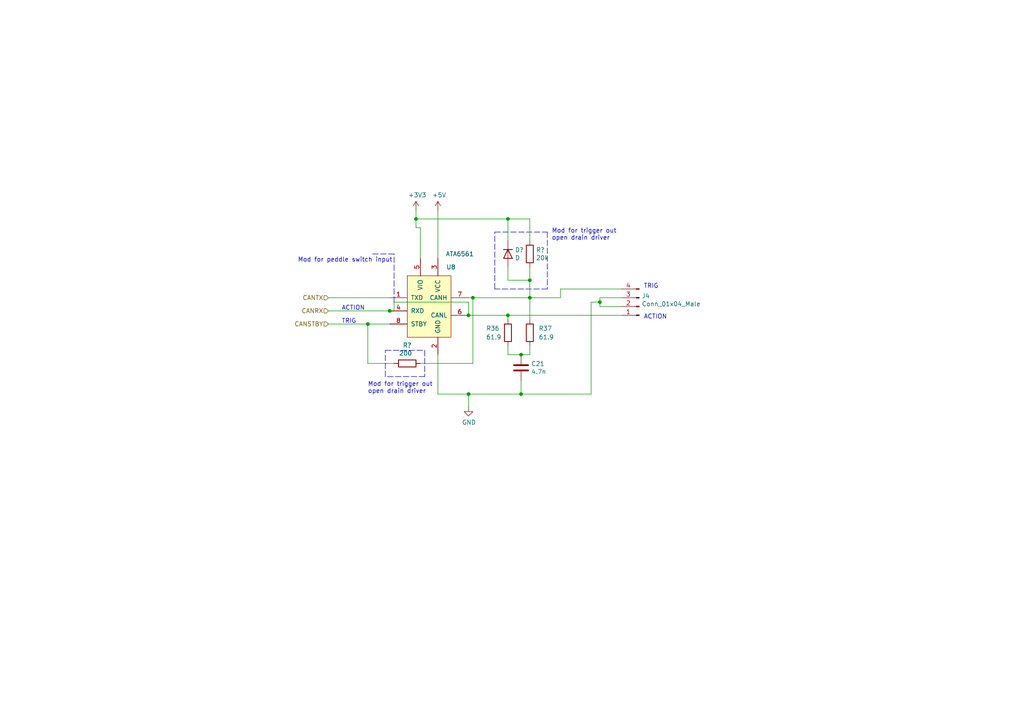
<source format=kicad_sch>
(kicad_sch (version 20211123) (generator eeschema)
  (paper "A4")
  (lib_symbols
    (symbol "Connector:Conn_01x04_Male" (pin_names (offset 1.016) hide)
      (property "Reference" "J" (at 0 5.08 0))
      (property "Value" "Conn_01x04_Male" (at 0 -7.62 0))
      (symbol "Conn_01x04_Male_1_1"
        (polyline (pts (xy 1.27 -5.08) (xy 0.8636 -5.08)) (stroke (width 0.1524)))
        (polyline (pts (xy 1.27 -2.54) (xy 0.8636 -2.54)) (stroke (width 0.1524)))
        (polyline (pts (xy 1.27 0) (xy 0.8636 0)) (stroke (width 0.1524)))
        (polyline (pts (xy 1.27 2.54) (xy 0.8636 2.54)) (stroke (width 0.1524)))
        (rectangle (start 0.8636 -4.953) (end 0 -5.207) (stroke (width 0.1524)) (fill (type outline)))
        (rectangle (start 0.8636 -2.413) (end 0 -2.667) (stroke (width 0.1524)) (fill (type outline)))
        (rectangle (start 0.8636 0.127) (end 0 -0.127) (stroke (width 0.1524)) (fill (type outline)))
        (rectangle (start 0.8636 2.667) (end 0 2.413) (stroke (width 0.1524)) (fill (type outline)))
        (pin passive line (at 5.08 2.54 180) (length 3.81) (name "Pin_1") (number "1"))
        (pin passive line (at 5.08 0 180) (length 3.81) (name "Pin_2") (number "2"))
        (pin passive line (at 5.08 -2.54 180) (length 3.81) (name "Pin_3") (number "3"))
        (pin passive line (at 5.08 -5.08 180) (length 3.81) (name "Pin_4") (number "4"))
      )
    )
    (symbol "Device:C" (pin_numbers hide) (pin_names (offset 0.254))
      (property "Reference" "C" (at 0.635 2.54 0))
      (property "Value" "C" (at 0.635 -2.54 0))
      (symbol "C_0_1"
        (polyline (pts (xy -2.032 -0.762) (xy 2.032 -0.762)) (stroke (width 0.508)))
        (polyline (pts (xy -2.032 0.762) (xy 2.032 0.762)) (stroke (width 0.508)))
      )
      (symbol "C_1_1"
        (pin passive line (at 0 3.81 270) (length 2.794) (name "~") (number "1"))
        (pin passive line (at 0 -3.81 90) (length 2.794) (name "~") (number "2"))
      )
    )
    (symbol "Device:D" (pin_numbers hide) (pin_names (offset 1.016) hide)
      (property "Reference" "D" (at 0 2.54 0))
      (property "Value" "D" (at 0 -2.54 0))
      (symbol "D_0_1"
        (polyline (pts (xy -1.27 1.27) (xy -1.27 -1.27)) (stroke (width 0.254)))
        (polyline (pts (xy 1.27 0) (xy -1.27 0)))
        (polyline (pts (xy 1.27 1.27) (xy 1.27 -1.27) (xy -1.27 0) (xy 1.27 1.27)) (stroke (width 0.254)))
      )
      (symbol "D_1_1"
        (pin passive line (at -3.81 0 0) (length 2.54) (name "K") (number "1"))
        (pin passive line (at 3.81 0 180) (length 2.54) (name "A") (number "2"))
      )
    )
    (symbol "Device:R" (pin_numbers hide) (pin_names (offset 0))
      (property "Reference" "R" (at 2.032 0 90))
      (property "Value" "R" (at 0 0 90))
      (symbol "R_0_1"
        (rectangle (start -1.016 -2.54) (end 1.016 2.54) (stroke (width 0.254)))
      )
      (symbol "R_1_1"
        (pin passive line (at 0 3.81 270) (length 1.27) (name "~") (number "1"))
        (pin passive line (at 0 -3.81 90) (length 1.27) (name "~") (number "2"))
      )
    )
    (symbol "l6203dualmotordrive-rescue:+3.3V-power" (power) (pin_names (offset 0))
      (property "Value" "+3.3V-power" (at 0 3.556 0))
      (symbol "+3.3V-power_0_1"
        (polyline (pts (xy -0.762 1.27) (xy 0 2.54)))
        (polyline (pts (xy 0 0) (xy 0 2.54)))
        (polyline (pts (xy 0 2.54) (xy 0.762 1.27)))
      )
      (symbol "+3.3V-power_1_1"
        (pin power_in line (at 0 0 90) (length 0) hide (name "+3V3") (number "1"))
      )
    )
    (symbol "l6203dualmotordrive-rescue:ATA6561-MikeSpecialParts" (pin_names (offset 1.016))
      (property "Reference" "U" (at -7.62 10.16 0))
      (property "Value" "ATA6561-MikeSpecialParts" (at -8.89 12.7 0))
      (symbol "ATA6561-MikeSpecialParts_0_1"
        (rectangle (start -6.35 8.89) (end 6.35 -8.89) (fill (type background)))
      )
      (symbol "ATA6561-MikeSpecialParts_1_1"
        (pin input line (at -11.43 2.54 0) (length 5.08) (name "TXD") (number "1"))
        (pin power_in line (at 2.54 -13.97 90) (length 5.08) (name "GND") (number "2"))
        (pin power_in line (at 2.54 13.97 270) (length 5.08) (name "VCC") (number "3"))
        (pin input line (at -11.43 -1.27 0) (length 5.08) (name "RXD") (number "4"))
        (pin power_in line (at -2.54 13.97 270) (length 5.08) (name "VIO") (number "5"))
        (pin output line (at 11.43 -2.54 180) (length 5.08) (name "CANL") (number "6"))
        (pin output line (at 11.43 2.54 180) (length 5.08) (name "CANH") (number "7"))
        (pin input line (at -11.43 -5.08 0) (length 5.08) (name "STBY") (number "8"))
      )
    )
    (symbol "power:+5V" (power) (pin_names (offset 0))
      (property "Value" "+5V" (at 0 3.556 0))
      (symbol "+5V_0_1"
        (polyline (pts (xy -0.762 1.27) (xy 0 2.54)))
        (polyline (pts (xy 0 0) (xy 0 2.54)))
        (polyline (pts (xy 0 2.54) (xy 0.762 1.27)))
      )
      (symbol "+5V_1_1"
        (pin power_in line (at 0 0 90) (length 0) hide (name "+5V") (number "1"))
      )
    )
    (symbol "power:GND" (power) (pin_names (offset 0))
      (property "Value" "GND" (at 0 -3.81 0))
      (symbol "GND_0_1"
        (polyline (pts (xy 0 0) (xy 0 -1.27) (xy 1.27 -1.27) (xy 0 -2.54) (xy -1.27 -1.27) (xy 0 -1.27)))
      )
      (symbol "GND_1_1"
        (pin power_in line (at 0 0 270) (length 0) hide (name "GND") (number "1"))
      )
    )
  )
  (junction (at 153.67 81.28))
  (junction (at 151.13 102.87))
  (junction (at 137.16 86.36))
  (junction (at 135.89 114.3))
  (junction (at 151.13 114.3))
  (junction (at 173.99 87.63))
  (junction (at 153.67 86.36))
  (junction (at 147.32 91.44))
  (junction (at 135.89 91.44))
  (junction (at 120.65 63.5))
  (junction (at 113.03 90.17))
  (junction (at 147.32 63.5))
  (junction (at 106.68 93.98))
  (wire (pts (xy 121.92 74.93) (xy 121.92 66.04)))
  (polyline (pts (xy 111.76 101.6) (xy 123.19 101.6)))
  (polyline (pts (xy 143.51 67.31) (xy 158.75 67.31)))
  (wire (pts (xy 147.32 91.44) (xy 180.34 91.44)))
  (wire (pts (xy 137.16 86.36) (xy 137.16 105.41)))
  (wire (pts (xy 173.99 86.36) (xy 173.99 87.63)))
  (wire (pts (xy 147.32 100.33) (xy 147.32 102.87)))
  (wire (pts (xy 114.3 90.17) (xy 114.3 87.63)))
  (wire (pts (xy 120.65 66.04) (xy 120.65 63.5)))
  (wire (pts (xy 153.67 102.87) (xy 153.67 100.33)))
  (wire (pts (xy 153.67 86.36) (xy 162.56 86.36)))
  (wire (pts (xy 153.67 86.36) (xy 137.16 86.36)))
  (wire (pts (xy 147.32 77.47) (xy 147.32 81.28)))
  (wire (pts (xy 151.13 114.3) (xy 171.45 114.3)))
  (wire (pts (xy 95.25 90.17) (xy 113.03 90.17)))
  (wire (pts (xy 114.3 87.63) (xy 135.89 87.63)))
  (wire (pts (xy 173.99 87.63) (xy 173.99 88.9)))
  (polyline (pts (xy 143.51 83.82) (xy 143.51 67.31)))
  (polyline (pts (xy 158.75 67.31) (xy 158.75 83.82)))
  (polyline (pts (xy 158.75 83.82) (xy 143.51 83.82)))
  (polyline (pts (xy 111.76 109.22) (xy 111.76 101.6)))
  (wire (pts (xy 153.67 92.71) (xy 153.67 86.36)))
  (wire (pts (xy 120.65 63.5) (xy 147.32 63.5)))
  (wire (pts (xy 153.67 81.28) (xy 153.67 86.36)))
  (wire (pts (xy 147.32 81.28) (xy 153.67 81.28)))
  (wire (pts (xy 147.32 91.44) (xy 147.32 92.71)))
  (wire (pts (xy 147.32 69.85) (xy 147.32 63.5)))
  (wire (pts (xy 114.3 105.41) (xy 106.68 105.41)))
  (wire (pts (xy 106.68 93.98) (xy 113.03 93.98)))
  (wire (pts (xy 121.92 105.41) (xy 137.16 105.41)))
  (wire (pts (xy 113.03 90.17) (xy 114.3 90.17)))
  (wire (pts (xy 121.92 66.04) (xy 120.65 66.04)))
  (wire (pts (xy 171.45 87.63) (xy 173.99 87.63)))
  (wire (pts (xy 162.56 86.36) (xy 162.56 83.82)))
  (polyline (pts (xy 123.19 109.22) (xy 111.76 109.22)))
  (wire (pts (xy 106.68 105.41) (xy 106.68 93.98)))
  (wire (pts (xy 137.16 86.36) (xy 135.89 86.36)))
  (polyline (pts (xy 114.3 87.63) (xy 114.3 73.66)))
  (wire (pts (xy 95.25 93.98) (xy 106.68 93.98)))
  (wire (pts (xy 135.89 114.3) (xy 151.13 114.3)))
  (wire (pts (xy 173.99 88.9) (xy 180.34 88.9)))
  (wire (pts (xy 135.89 91.44) (xy 147.32 91.44)))
  (wire (pts (xy 171.45 114.3) (xy 171.45 87.63)))
  (wire (pts (xy 151.13 114.3) (xy 151.13 110.49)))
  (wire (pts (xy 127 114.3) (xy 135.89 114.3)))
  (wire (pts (xy 153.67 63.5) (xy 153.67 69.85)))
  (wire (pts (xy 95.25 86.36) (xy 113.03 86.36)))
  (wire (pts (xy 147.32 102.87) (xy 151.13 102.87)))
  (wire (pts (xy 153.67 81.28) (xy 153.67 77.47)))
  (wire (pts (xy 135.89 118.11) (xy 135.89 114.3)))
  (wire (pts (xy 151.13 102.87) (xy 153.67 102.87)))
  (wire (pts (xy 180.34 86.36) (xy 173.99 86.36)))
  (wire (pts (xy 162.56 83.82) (xy 180.34 83.82)))
  (wire (pts (xy 135.89 87.63) (xy 135.89 91.44)))
  (wire (pts (xy 127 74.93) (xy 127 60.96)))
  (wire (pts (xy 127 102.87) (xy 127 114.3)))
  (wire (pts (xy 120.65 63.5) (xy 120.65 60.96)))
  (polyline (pts (xy 114.3 73.66) (xy 107.95 73.66)))
  (polyline (pts (xy 123.19 101.6) (xy 123.19 109.22)))
  (wire (pts (xy 147.32 63.5) (xy 153.67 63.5)))
  (text "ACTION" (at 186.69 92.71 0) (effects (font (size 1.27 1.27)) (justify left bottom)))
  (text "ACTION" (at 99.06 90.17 0) (effects (font (size 1.27 1.27)) (justify left bottom)))
  (text "Mod for trigger out\nopen drain driver" (at 160.02 69.85 0) (effects (font (size 1.27 1.27)) (justify left bottom)))
  (text "TRIG" (at 186.69 83.82 0) (effects (font (size 1.27 1.27)) (justify left bottom)))
  (text "Mod for trigger out\nopen drain driver" (at 106.68 114.3 0) (effects (font (size 1.27 1.27)) (justify left bottom)))
  (text "Mod for peddle switch input" (at 86.36 76.2 0) (effects (font (size 1.27 1.27)) (justify left bottom)))
  (text "TRIG" (at 99.06 93.98 0) (effects (font (size 1.27 1.27)) (justify left bottom)))
  (hierarchical_label "CANTX" (shape input) (at 95.25 86.36 180))
  (hierarchical_label "CANRX" (shape input) (at 95.25 90.17 180))
  (hierarchical_label "CANSTBY" (shape input) (at 95.25 93.98 180))
  (symbol (lib_id "l6203dualmotordrive-rescue:ATA6561-MikeSpecialParts") (at 124.46 88.9 0) (unit 1)
    (property "Reference" "U8" (at 130.81 77.47 0))
    (property "Value" "ATA6561" (at 133.35 73.66 0))
    (property "Footprint" "Housings_SOIC:SOIC-8_3.9x4.9mm_Pitch1.27mm" (effects hide))
  )
  (symbol (lib_id "Connector:Conn_01x04_Male") (at 185.42 88.9 180) (unit 1)
    (property "Reference" "J4" (at 186.1058 85.852 0) (effects (justify right)))
    (property "Value" "Conn_01x04_Male" (at 186.1058 88.1634 0) (effects (justify right)))
    (property "Footprint" "TerminalBlocks_Phoenix:TerminalBlock_Phoenix_MPT-2.54mm_4pol" (effects hide))
  )
  (symbol (lib_id "Device:R") (at 147.32 96.52 180) (unit 1)
    (property "Reference" "R36" (at 140.97 95.25 0) (effects (justify right)))
    (property "Value" "61.9" (at 140.97 97.79 0) (effects (justify right)))
    (property "Footprint" "Resistors_SMD:R_1206" (effects hide))
  )
  (symbol (lib_id "Device:R") (at 153.67 96.52 180) (unit 1)
    (property "Reference" "R37" (at 156.21 95.25 0) (effects (justify right)))
    (property "Value" "61.9" (at 156.21 97.79 0) (effects (justify right)))
    (property "Footprint" "Resistors_SMD:R_1206" (effects hide))
  )
  (symbol (lib_id "Device:C") (at 151.13 106.68 0) (unit 1)
    (property "Reference" "C21" (at 154.051 105.5116 0) (effects (justify left)))
    (property "Value" "4.7n" (at 154.051 107.823 0) (effects (justify left)))
    (property "Footprint" "Capacitors_SMD:C_0805" (effects hide))
  )
  (symbol (lib_id "power:GND") (at 135.89 118.11 0) (unit 1)
    (property "Reference" "#PWR0124" (effects hide))
    (property "Value" "GND" (at 136.017 122.5042 0))
  )
  (symbol (lib_id "l6203dualmotordrive-rescue:+3.3V-power") (at 120.65 60.96 0) (unit 1)
    (property "Reference" "#PWR0125" (effects hide))
    (property "Value" "+3.3V" (at 121.031 56.5658 0))
  )
  (symbol (lib_id "power:+5V") (at 127 60.96 0) (unit 1)
    (property "Reference" "#PWR0126" (effects hide))
    (property "Value" "+5V" (at 127.381 56.5658 0))
  )
  (symbol (lib_id "Device:R") (at 118.11 105.41 270) (unit 1)
    (property "Reference" "R?" (at 118.11 100.1522 90))
    (property "Value" "200 " (at 118.11 102.4636 90))
  )
  (symbol (lib_id "Device:R") (at 153.67 73.66 0) (unit 1)
    (property "Reference" "R?" (at 155.448 72.4916 0) (effects (justify left)))
    (property "Value" "20k" (at 155.448 74.803 0) (effects (justify left)))
  )
  (symbol (lib_id "Device:D") (at 147.32 73.66 270) (unit 1)
    (property "Reference" "D?" (at 149.352 72.4916 90) (effects (justify left)))
    (property "Value" "D" (at 149.352 74.803 90) (effects (justify left)))
  )
)
</source>
